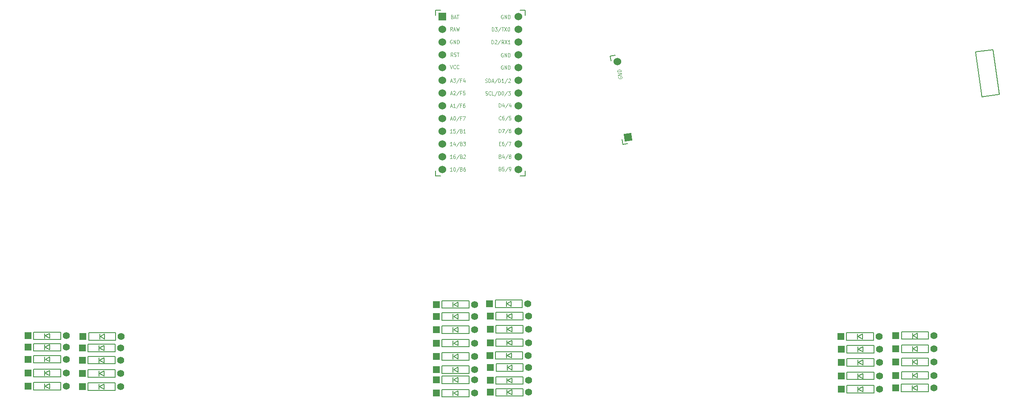
<source format=gbr>
G04 #@! TF.GenerationSoftware,KiCad,Pcbnew,7.0.8*
G04 #@! TF.CreationDate,2023-11-03T07:49:20+09:00*
G04 #@! TF.ProjectId,cool536lcble,636f6f6c-3533-4366-9c63-626c652e6b69,rev?*
G04 #@! TF.SameCoordinates,Original*
G04 #@! TF.FileFunction,Legend,Top*
G04 #@! TF.FilePolarity,Positive*
%FSLAX46Y46*%
G04 Gerber Fmt 4.6, Leading zero omitted, Abs format (unit mm)*
G04 Created by KiCad (PCBNEW 7.0.8) date 2023-11-03 07:49:20*
%MOMM*%
%LPD*%
G01*
G04 APERTURE LIST*
G04 Aperture macros list*
%AMRotRect*
0 Rectangle, with rotation*
0 The origin of the aperture is its center*
0 $1 length*
0 $2 width*
0 $3 Rotation angle, in degrees counterclockwise*
0 Add horizontal line*
21,1,$1,$2,0,0,$3*%
G04 Aperture macros list end*
%ADD10C,0.125000*%
%ADD11C,0.150000*%
%ADD12R,1.397000X1.397000*%
%ADD13C,1.397000*%
%ADD14C,1.524000*%
%ADD15R,1.524000X1.524000*%
%ADD16RotRect,1.524000X1.524000X98.000000*%
G04 APERTURE END LIST*
D10*
X159714076Y-179698464D02*
X159714076Y-178948464D01*
X159714076Y-178948464D02*
X159873600Y-178948464D01*
X159873600Y-178948464D02*
X159969314Y-178984178D01*
X159969314Y-178984178D02*
X160033124Y-179055607D01*
X160033124Y-179055607D02*
X160065029Y-179127035D01*
X160065029Y-179127035D02*
X160096933Y-179269892D01*
X160096933Y-179269892D02*
X160096933Y-179377035D01*
X160096933Y-179377035D02*
X160065029Y-179519892D01*
X160065029Y-179519892D02*
X160033124Y-179591321D01*
X160033124Y-179591321D02*
X159969314Y-179662750D01*
X159969314Y-179662750D02*
X159873600Y-179698464D01*
X159873600Y-179698464D02*
X159714076Y-179698464D01*
X160320267Y-178948464D02*
X160766933Y-178948464D01*
X160766933Y-178948464D02*
X160479791Y-179698464D01*
X161500743Y-178912750D02*
X160926457Y-179877035D01*
X162011219Y-178948464D02*
X161883600Y-178948464D01*
X161883600Y-178948464D02*
X161819791Y-178984178D01*
X161819791Y-178984178D02*
X161787886Y-179019892D01*
X161787886Y-179019892D02*
X161724076Y-179127035D01*
X161724076Y-179127035D02*
X161692172Y-179269892D01*
X161692172Y-179269892D02*
X161692172Y-179555607D01*
X161692172Y-179555607D02*
X161724076Y-179627035D01*
X161724076Y-179627035D02*
X161755981Y-179662750D01*
X161755981Y-179662750D02*
X161819791Y-179698464D01*
X161819791Y-179698464D02*
X161947410Y-179698464D01*
X161947410Y-179698464D02*
X162011219Y-179662750D01*
X162011219Y-179662750D02*
X162043124Y-179627035D01*
X162043124Y-179627035D02*
X162075029Y-179555607D01*
X162075029Y-179555607D02*
X162075029Y-179377035D01*
X162075029Y-179377035D02*
X162043124Y-179305607D01*
X162043124Y-179305607D02*
X162011219Y-179269892D01*
X162011219Y-179269892D02*
X161947410Y-179234178D01*
X161947410Y-179234178D02*
X161819791Y-179234178D01*
X161819791Y-179234178D02*
X161755981Y-179269892D01*
X161755981Y-179269892D02*
X161724076Y-179305607D01*
X161724076Y-179305607D02*
X161692172Y-179377035D01*
X157000029Y-169662750D02*
X157095743Y-169698464D01*
X157095743Y-169698464D02*
X157255267Y-169698464D01*
X157255267Y-169698464D02*
X157319076Y-169662750D01*
X157319076Y-169662750D02*
X157350981Y-169627035D01*
X157350981Y-169627035D02*
X157382886Y-169555607D01*
X157382886Y-169555607D02*
X157382886Y-169484178D01*
X157382886Y-169484178D02*
X157350981Y-169412750D01*
X157350981Y-169412750D02*
X157319076Y-169377035D01*
X157319076Y-169377035D02*
X157255267Y-169341321D01*
X157255267Y-169341321D02*
X157127648Y-169305607D01*
X157127648Y-169305607D02*
X157063838Y-169269892D01*
X157063838Y-169269892D02*
X157031933Y-169234178D01*
X157031933Y-169234178D02*
X157000029Y-169162750D01*
X157000029Y-169162750D02*
X157000029Y-169091321D01*
X157000029Y-169091321D02*
X157031933Y-169019892D01*
X157031933Y-169019892D02*
X157063838Y-168984178D01*
X157063838Y-168984178D02*
X157127648Y-168948464D01*
X157127648Y-168948464D02*
X157287171Y-168948464D01*
X157287171Y-168948464D02*
X157382886Y-168984178D01*
X157670028Y-169698464D02*
X157670028Y-168948464D01*
X157670028Y-168948464D02*
X157829552Y-168948464D01*
X157829552Y-168948464D02*
X157925266Y-168984178D01*
X157925266Y-168984178D02*
X157989076Y-169055607D01*
X157989076Y-169055607D02*
X158020981Y-169127035D01*
X158020981Y-169127035D02*
X158052885Y-169269892D01*
X158052885Y-169269892D02*
X158052885Y-169377035D01*
X158052885Y-169377035D02*
X158020981Y-169519892D01*
X158020981Y-169519892D02*
X157989076Y-169591321D01*
X157989076Y-169591321D02*
X157925266Y-169662750D01*
X157925266Y-169662750D02*
X157829552Y-169698464D01*
X157829552Y-169698464D02*
X157670028Y-169698464D01*
X158308124Y-169484178D02*
X158627171Y-169484178D01*
X158244314Y-169698464D02*
X158467647Y-168948464D01*
X158467647Y-168948464D02*
X158690981Y-169698464D01*
X159392886Y-168912750D02*
X158818600Y-169877035D01*
X159616219Y-169698464D02*
X159616219Y-168948464D01*
X159616219Y-168948464D02*
X159775743Y-168948464D01*
X159775743Y-168948464D02*
X159871457Y-168984178D01*
X159871457Y-168984178D02*
X159935267Y-169055607D01*
X159935267Y-169055607D02*
X159967172Y-169127035D01*
X159967172Y-169127035D02*
X159999076Y-169269892D01*
X159999076Y-169269892D02*
X159999076Y-169377035D01*
X159999076Y-169377035D02*
X159967172Y-169519892D01*
X159967172Y-169519892D02*
X159935267Y-169591321D01*
X159935267Y-169591321D02*
X159871457Y-169662750D01*
X159871457Y-169662750D02*
X159775743Y-169698464D01*
X159775743Y-169698464D02*
X159616219Y-169698464D01*
X160637172Y-169698464D02*
X160254315Y-169698464D01*
X160445743Y-169698464D02*
X160445743Y-168948464D01*
X160445743Y-168948464D02*
X160381934Y-169055607D01*
X160381934Y-169055607D02*
X160318124Y-169127035D01*
X160318124Y-169127035D02*
X160254315Y-169162750D01*
X161402886Y-168912750D02*
X160828600Y-169877035D01*
X161594315Y-169019892D02*
X161626219Y-168984178D01*
X161626219Y-168984178D02*
X161690029Y-168948464D01*
X161690029Y-168948464D02*
X161849553Y-168948464D01*
X161849553Y-168948464D02*
X161913362Y-168984178D01*
X161913362Y-168984178D02*
X161945267Y-169019892D01*
X161945267Y-169019892D02*
X161977172Y-169091321D01*
X161977172Y-169091321D02*
X161977172Y-169162750D01*
X161977172Y-169162750D02*
X161945267Y-169269892D01*
X161945267Y-169269892D02*
X161562410Y-169698464D01*
X161562410Y-169698464D02*
X161977172Y-169698464D01*
X150379076Y-156585607D02*
X150474790Y-156621321D01*
X150474790Y-156621321D02*
X150506695Y-156657035D01*
X150506695Y-156657035D02*
X150538599Y-156728464D01*
X150538599Y-156728464D02*
X150538599Y-156835607D01*
X150538599Y-156835607D02*
X150506695Y-156907035D01*
X150506695Y-156907035D02*
X150474790Y-156942750D01*
X150474790Y-156942750D02*
X150410980Y-156978464D01*
X150410980Y-156978464D02*
X150155742Y-156978464D01*
X150155742Y-156978464D02*
X150155742Y-156228464D01*
X150155742Y-156228464D02*
X150379076Y-156228464D01*
X150379076Y-156228464D02*
X150442885Y-156264178D01*
X150442885Y-156264178D02*
X150474790Y-156299892D01*
X150474790Y-156299892D02*
X150506695Y-156371321D01*
X150506695Y-156371321D02*
X150506695Y-156442750D01*
X150506695Y-156442750D02*
X150474790Y-156514178D01*
X150474790Y-156514178D02*
X150442885Y-156549892D01*
X150442885Y-156549892D02*
X150379076Y-156585607D01*
X150379076Y-156585607D02*
X150155742Y-156585607D01*
X150793838Y-156764178D02*
X151112885Y-156764178D01*
X150730028Y-156978464D02*
X150953361Y-156228464D01*
X150953361Y-156228464D02*
X151176695Y-156978464D01*
X151304314Y-156228464D02*
X151687171Y-156228464D01*
X151495743Y-156978464D02*
X151495743Y-156228464D01*
X159937410Y-184405607D02*
X160033124Y-184441321D01*
X160033124Y-184441321D02*
X160065029Y-184477035D01*
X160065029Y-184477035D02*
X160096933Y-184548464D01*
X160096933Y-184548464D02*
X160096933Y-184655607D01*
X160096933Y-184655607D02*
X160065029Y-184727035D01*
X160065029Y-184727035D02*
X160033124Y-184762750D01*
X160033124Y-184762750D02*
X159969314Y-184798464D01*
X159969314Y-184798464D02*
X159714076Y-184798464D01*
X159714076Y-184798464D02*
X159714076Y-184048464D01*
X159714076Y-184048464D02*
X159937410Y-184048464D01*
X159937410Y-184048464D02*
X160001219Y-184084178D01*
X160001219Y-184084178D02*
X160033124Y-184119892D01*
X160033124Y-184119892D02*
X160065029Y-184191321D01*
X160065029Y-184191321D02*
X160065029Y-184262750D01*
X160065029Y-184262750D02*
X160033124Y-184334178D01*
X160033124Y-184334178D02*
X160001219Y-184369892D01*
X160001219Y-184369892D02*
X159937410Y-184405607D01*
X159937410Y-184405607D02*
X159714076Y-184405607D01*
X160671219Y-184298464D02*
X160671219Y-184798464D01*
X160511695Y-184012750D02*
X160352172Y-184548464D01*
X160352172Y-184548464D02*
X160766933Y-184548464D01*
X161500743Y-184012750D02*
X160926457Y-184977035D01*
X161819791Y-184369892D02*
X161755981Y-184334178D01*
X161755981Y-184334178D02*
X161724076Y-184298464D01*
X161724076Y-184298464D02*
X161692172Y-184227035D01*
X161692172Y-184227035D02*
X161692172Y-184191321D01*
X161692172Y-184191321D02*
X161724076Y-184119892D01*
X161724076Y-184119892D02*
X161755981Y-184084178D01*
X161755981Y-184084178D02*
X161819791Y-184048464D01*
X161819791Y-184048464D02*
X161947410Y-184048464D01*
X161947410Y-184048464D02*
X162011219Y-184084178D01*
X162011219Y-184084178D02*
X162043124Y-184119892D01*
X162043124Y-184119892D02*
X162075029Y-184191321D01*
X162075029Y-184191321D02*
X162075029Y-184227035D01*
X162075029Y-184227035D02*
X162043124Y-184298464D01*
X162043124Y-184298464D02*
X162011219Y-184334178D01*
X162011219Y-184334178D02*
X161947410Y-184369892D01*
X161947410Y-184369892D02*
X161819791Y-184369892D01*
X161819791Y-184369892D02*
X161755981Y-184405607D01*
X161755981Y-184405607D02*
X161724076Y-184441321D01*
X161724076Y-184441321D02*
X161692172Y-184512750D01*
X161692172Y-184512750D02*
X161692172Y-184655607D01*
X161692172Y-184655607D02*
X161724076Y-184727035D01*
X161724076Y-184727035D02*
X161755981Y-184762750D01*
X161755981Y-184762750D02*
X161819791Y-184798464D01*
X161819791Y-184798464D02*
X161947410Y-184798464D01*
X161947410Y-184798464D02*
X162011219Y-184762750D01*
X162011219Y-184762750D02*
X162043124Y-184727035D01*
X162043124Y-184727035D02*
X162075029Y-184655607D01*
X162075029Y-184655607D02*
X162075029Y-184512750D01*
X162075029Y-184512750D02*
X162043124Y-184441321D01*
X162043124Y-184441321D02*
X162011219Y-184405607D01*
X162011219Y-184405607D02*
X161947410Y-184369892D01*
X159745981Y-181855607D02*
X159969315Y-181855607D01*
X160065029Y-182248464D02*
X159745981Y-182248464D01*
X159745981Y-182248464D02*
X159745981Y-181498464D01*
X159745981Y-181498464D02*
X160065029Y-181498464D01*
X160639314Y-181498464D02*
X160511695Y-181498464D01*
X160511695Y-181498464D02*
X160447886Y-181534178D01*
X160447886Y-181534178D02*
X160415981Y-181569892D01*
X160415981Y-181569892D02*
X160352171Y-181677035D01*
X160352171Y-181677035D02*
X160320267Y-181819892D01*
X160320267Y-181819892D02*
X160320267Y-182105607D01*
X160320267Y-182105607D02*
X160352171Y-182177035D01*
X160352171Y-182177035D02*
X160384076Y-182212750D01*
X160384076Y-182212750D02*
X160447886Y-182248464D01*
X160447886Y-182248464D02*
X160575505Y-182248464D01*
X160575505Y-182248464D02*
X160639314Y-182212750D01*
X160639314Y-182212750D02*
X160671219Y-182177035D01*
X160671219Y-182177035D02*
X160703124Y-182105607D01*
X160703124Y-182105607D02*
X160703124Y-181927035D01*
X160703124Y-181927035D02*
X160671219Y-181855607D01*
X160671219Y-181855607D02*
X160639314Y-181819892D01*
X160639314Y-181819892D02*
X160575505Y-181784178D01*
X160575505Y-181784178D02*
X160447886Y-181784178D01*
X160447886Y-181784178D02*
X160384076Y-181819892D01*
X160384076Y-181819892D02*
X160352171Y-181855607D01*
X160352171Y-181855607D02*
X160320267Y-181927035D01*
X161468838Y-181462750D02*
X160894552Y-182427035D01*
X161628362Y-181498464D02*
X162075028Y-181498464D01*
X162075028Y-181498464D02*
X161787886Y-182248464D01*
X150057886Y-176984178D02*
X150376933Y-176984178D01*
X149994076Y-177198464D02*
X150217409Y-176448464D01*
X150217409Y-176448464D02*
X150440743Y-177198464D01*
X150791695Y-176448464D02*
X150855505Y-176448464D01*
X150855505Y-176448464D02*
X150919314Y-176484178D01*
X150919314Y-176484178D02*
X150951219Y-176519892D01*
X150951219Y-176519892D02*
X150983124Y-176591321D01*
X150983124Y-176591321D02*
X151015029Y-176734178D01*
X151015029Y-176734178D02*
X151015029Y-176912750D01*
X151015029Y-176912750D02*
X150983124Y-177055607D01*
X150983124Y-177055607D02*
X150951219Y-177127035D01*
X150951219Y-177127035D02*
X150919314Y-177162750D01*
X150919314Y-177162750D02*
X150855505Y-177198464D01*
X150855505Y-177198464D02*
X150791695Y-177198464D01*
X150791695Y-177198464D02*
X150727886Y-177162750D01*
X150727886Y-177162750D02*
X150695981Y-177127035D01*
X150695981Y-177127035D02*
X150664076Y-177055607D01*
X150664076Y-177055607D02*
X150632172Y-176912750D01*
X150632172Y-176912750D02*
X150632172Y-176734178D01*
X150632172Y-176734178D02*
X150664076Y-176591321D01*
X150664076Y-176591321D02*
X150695981Y-176519892D01*
X150695981Y-176519892D02*
X150727886Y-176484178D01*
X150727886Y-176484178D02*
X150791695Y-176448464D01*
X151780743Y-176412750D02*
X151206457Y-177377035D01*
X152227410Y-176805607D02*
X152004076Y-176805607D01*
X152004076Y-177198464D02*
X152004076Y-176448464D01*
X152004076Y-176448464D02*
X152323124Y-176448464D01*
X152514553Y-176448464D02*
X152961219Y-176448464D01*
X152961219Y-176448464D02*
X152674077Y-177198464D01*
X150410980Y-159398464D02*
X150187647Y-159041321D01*
X150028123Y-159398464D02*
X150028123Y-158648464D01*
X150028123Y-158648464D02*
X150283361Y-158648464D01*
X150283361Y-158648464D02*
X150347171Y-158684178D01*
X150347171Y-158684178D02*
X150379076Y-158719892D01*
X150379076Y-158719892D02*
X150410980Y-158791321D01*
X150410980Y-158791321D02*
X150410980Y-158898464D01*
X150410980Y-158898464D02*
X150379076Y-158969892D01*
X150379076Y-158969892D02*
X150347171Y-159005607D01*
X150347171Y-159005607D02*
X150283361Y-159041321D01*
X150283361Y-159041321D02*
X150028123Y-159041321D01*
X150666219Y-159184178D02*
X150985266Y-159184178D01*
X150602409Y-159398464D02*
X150825742Y-158648464D01*
X150825742Y-158648464D02*
X151049076Y-159398464D01*
X151208600Y-158648464D02*
X151368124Y-159398464D01*
X151368124Y-159398464D02*
X151495743Y-158862750D01*
X151495743Y-158862750D02*
X151623362Y-159398464D01*
X151623362Y-159398464D02*
X151782886Y-158648464D01*
X159937410Y-186905607D02*
X160033124Y-186941321D01*
X160033124Y-186941321D02*
X160065029Y-186977035D01*
X160065029Y-186977035D02*
X160096933Y-187048464D01*
X160096933Y-187048464D02*
X160096933Y-187155607D01*
X160096933Y-187155607D02*
X160065029Y-187227035D01*
X160065029Y-187227035D02*
X160033124Y-187262750D01*
X160033124Y-187262750D02*
X159969314Y-187298464D01*
X159969314Y-187298464D02*
X159714076Y-187298464D01*
X159714076Y-187298464D02*
X159714076Y-186548464D01*
X159714076Y-186548464D02*
X159937410Y-186548464D01*
X159937410Y-186548464D02*
X160001219Y-186584178D01*
X160001219Y-186584178D02*
X160033124Y-186619892D01*
X160033124Y-186619892D02*
X160065029Y-186691321D01*
X160065029Y-186691321D02*
X160065029Y-186762750D01*
X160065029Y-186762750D02*
X160033124Y-186834178D01*
X160033124Y-186834178D02*
X160001219Y-186869892D01*
X160001219Y-186869892D02*
X159937410Y-186905607D01*
X159937410Y-186905607D02*
X159714076Y-186905607D01*
X160703124Y-186548464D02*
X160384076Y-186548464D01*
X160384076Y-186548464D02*
X160352172Y-186905607D01*
X160352172Y-186905607D02*
X160384076Y-186869892D01*
X160384076Y-186869892D02*
X160447886Y-186834178D01*
X160447886Y-186834178D02*
X160607410Y-186834178D01*
X160607410Y-186834178D02*
X160671219Y-186869892D01*
X160671219Y-186869892D02*
X160703124Y-186905607D01*
X160703124Y-186905607D02*
X160735029Y-186977035D01*
X160735029Y-186977035D02*
X160735029Y-187155607D01*
X160735029Y-187155607D02*
X160703124Y-187227035D01*
X160703124Y-187227035D02*
X160671219Y-187262750D01*
X160671219Y-187262750D02*
X160607410Y-187298464D01*
X160607410Y-187298464D02*
X160447886Y-187298464D01*
X160447886Y-187298464D02*
X160384076Y-187262750D01*
X160384076Y-187262750D02*
X160352172Y-187227035D01*
X161500743Y-186512750D02*
X160926457Y-187477035D01*
X161755981Y-187298464D02*
X161883600Y-187298464D01*
X161883600Y-187298464D02*
X161947410Y-187262750D01*
X161947410Y-187262750D02*
X161979314Y-187227035D01*
X161979314Y-187227035D02*
X162043124Y-187119892D01*
X162043124Y-187119892D02*
X162075029Y-186977035D01*
X162075029Y-186977035D02*
X162075029Y-186691321D01*
X162075029Y-186691321D02*
X162043124Y-186619892D01*
X162043124Y-186619892D02*
X162011219Y-186584178D01*
X162011219Y-186584178D02*
X161947410Y-186548464D01*
X161947410Y-186548464D02*
X161819791Y-186548464D01*
X161819791Y-186548464D02*
X161755981Y-186584178D01*
X161755981Y-186584178D02*
X161724076Y-186619892D01*
X161724076Y-186619892D02*
X161692172Y-186691321D01*
X161692172Y-186691321D02*
X161692172Y-186869892D01*
X161692172Y-186869892D02*
X161724076Y-186941321D01*
X161724076Y-186941321D02*
X161755981Y-186977035D01*
X161755981Y-186977035D02*
X161819791Y-187012750D01*
X161819791Y-187012750D02*
X161947410Y-187012750D01*
X161947410Y-187012750D02*
X162011219Y-186977035D01*
X162011219Y-186977035D02*
X162043124Y-186941321D01*
X162043124Y-186941321D02*
X162075029Y-186869892D01*
X150057886Y-169434178D02*
X150376933Y-169434178D01*
X149994076Y-169648464D02*
X150217409Y-168898464D01*
X150217409Y-168898464D02*
X150440743Y-169648464D01*
X150600267Y-168898464D02*
X151015029Y-168898464D01*
X151015029Y-168898464D02*
X150791695Y-169184178D01*
X150791695Y-169184178D02*
X150887410Y-169184178D01*
X150887410Y-169184178D02*
X150951219Y-169219892D01*
X150951219Y-169219892D02*
X150983124Y-169255607D01*
X150983124Y-169255607D02*
X151015029Y-169327035D01*
X151015029Y-169327035D02*
X151015029Y-169505607D01*
X151015029Y-169505607D02*
X150983124Y-169577035D01*
X150983124Y-169577035D02*
X150951219Y-169612750D01*
X150951219Y-169612750D02*
X150887410Y-169648464D01*
X150887410Y-169648464D02*
X150695981Y-169648464D01*
X150695981Y-169648464D02*
X150632172Y-169612750D01*
X150632172Y-169612750D02*
X150600267Y-169577035D01*
X151780743Y-168862750D02*
X151206457Y-169827035D01*
X152227410Y-169255607D02*
X152004076Y-169255607D01*
X152004076Y-169648464D02*
X152004076Y-168898464D01*
X152004076Y-168898464D02*
X152323124Y-168898464D01*
X152865505Y-169148464D02*
X152865505Y-169648464D01*
X152705981Y-168862750D02*
X152546458Y-169398464D01*
X152546458Y-169398464D02*
X152961219Y-169398464D01*
X160503124Y-156264178D02*
X160439314Y-156228464D01*
X160439314Y-156228464D02*
X160343600Y-156228464D01*
X160343600Y-156228464D02*
X160247886Y-156264178D01*
X160247886Y-156264178D02*
X160184076Y-156335607D01*
X160184076Y-156335607D02*
X160152171Y-156407035D01*
X160152171Y-156407035D02*
X160120267Y-156549892D01*
X160120267Y-156549892D02*
X160120267Y-156657035D01*
X160120267Y-156657035D02*
X160152171Y-156799892D01*
X160152171Y-156799892D02*
X160184076Y-156871321D01*
X160184076Y-156871321D02*
X160247886Y-156942750D01*
X160247886Y-156942750D02*
X160343600Y-156978464D01*
X160343600Y-156978464D02*
X160407409Y-156978464D01*
X160407409Y-156978464D02*
X160503124Y-156942750D01*
X160503124Y-156942750D02*
X160535028Y-156907035D01*
X160535028Y-156907035D02*
X160535028Y-156657035D01*
X160535028Y-156657035D02*
X160407409Y-156657035D01*
X160822171Y-156978464D02*
X160822171Y-156228464D01*
X160822171Y-156228464D02*
X161205028Y-156978464D01*
X161205028Y-156978464D02*
X161205028Y-156228464D01*
X161524076Y-156978464D02*
X161524076Y-156228464D01*
X161524076Y-156228464D02*
X161683600Y-156228464D01*
X161683600Y-156228464D02*
X161779314Y-156264178D01*
X161779314Y-156264178D02*
X161843124Y-156335607D01*
X161843124Y-156335607D02*
X161875029Y-156407035D01*
X161875029Y-156407035D02*
X161906933Y-156549892D01*
X161906933Y-156549892D02*
X161906933Y-156657035D01*
X161906933Y-156657035D02*
X161875029Y-156799892D01*
X161875029Y-156799892D02*
X161843124Y-156871321D01*
X161843124Y-156871321D02*
X161779314Y-156942750D01*
X161779314Y-156942750D02*
X161683600Y-156978464D01*
X161683600Y-156978464D02*
X161524076Y-156978464D01*
X150506695Y-164498464D02*
X150283362Y-164141321D01*
X150123838Y-164498464D02*
X150123838Y-163748464D01*
X150123838Y-163748464D02*
X150379076Y-163748464D01*
X150379076Y-163748464D02*
X150442886Y-163784178D01*
X150442886Y-163784178D02*
X150474791Y-163819892D01*
X150474791Y-163819892D02*
X150506695Y-163891321D01*
X150506695Y-163891321D02*
X150506695Y-163998464D01*
X150506695Y-163998464D02*
X150474791Y-164069892D01*
X150474791Y-164069892D02*
X150442886Y-164105607D01*
X150442886Y-164105607D02*
X150379076Y-164141321D01*
X150379076Y-164141321D02*
X150123838Y-164141321D01*
X150761934Y-164462750D02*
X150857648Y-164498464D01*
X150857648Y-164498464D02*
X151017172Y-164498464D01*
X151017172Y-164498464D02*
X151080981Y-164462750D01*
X151080981Y-164462750D02*
X151112886Y-164427035D01*
X151112886Y-164427035D02*
X151144791Y-164355607D01*
X151144791Y-164355607D02*
X151144791Y-164284178D01*
X151144791Y-164284178D02*
X151112886Y-164212750D01*
X151112886Y-164212750D02*
X151080981Y-164177035D01*
X151080981Y-164177035D02*
X151017172Y-164141321D01*
X151017172Y-164141321D02*
X150889553Y-164105607D01*
X150889553Y-164105607D02*
X150825743Y-164069892D01*
X150825743Y-164069892D02*
X150793838Y-164034178D01*
X150793838Y-164034178D02*
X150761934Y-163962750D01*
X150761934Y-163962750D02*
X150761934Y-163891321D01*
X150761934Y-163891321D02*
X150793838Y-163819892D01*
X150793838Y-163819892D02*
X150825743Y-163784178D01*
X150825743Y-163784178D02*
X150889553Y-163748464D01*
X150889553Y-163748464D02*
X151049076Y-163748464D01*
X151049076Y-163748464D02*
X151144791Y-163784178D01*
X151336219Y-163748464D02*
X151719076Y-163748464D01*
X151527648Y-164498464D02*
X151527648Y-163748464D01*
X150360981Y-182298464D02*
X149978124Y-182298464D01*
X150169552Y-182298464D02*
X150169552Y-181548464D01*
X150169552Y-181548464D02*
X150105743Y-181655607D01*
X150105743Y-181655607D02*
X150041933Y-181727035D01*
X150041933Y-181727035D02*
X149978124Y-181762750D01*
X150935266Y-181798464D02*
X150935266Y-182298464D01*
X150775742Y-181512750D02*
X150616219Y-182048464D01*
X150616219Y-182048464D02*
X151030980Y-182048464D01*
X151764790Y-181512750D02*
X151190504Y-182477035D01*
X152211457Y-181905607D02*
X152307171Y-181941321D01*
X152307171Y-181941321D02*
X152339076Y-181977035D01*
X152339076Y-181977035D02*
X152370980Y-182048464D01*
X152370980Y-182048464D02*
X152370980Y-182155607D01*
X152370980Y-182155607D02*
X152339076Y-182227035D01*
X152339076Y-182227035D02*
X152307171Y-182262750D01*
X152307171Y-182262750D02*
X152243361Y-182298464D01*
X152243361Y-182298464D02*
X151988123Y-182298464D01*
X151988123Y-182298464D02*
X151988123Y-181548464D01*
X151988123Y-181548464D02*
X152211457Y-181548464D01*
X152211457Y-181548464D02*
X152275266Y-181584178D01*
X152275266Y-181584178D02*
X152307171Y-181619892D01*
X152307171Y-181619892D02*
X152339076Y-181691321D01*
X152339076Y-181691321D02*
X152339076Y-181762750D01*
X152339076Y-181762750D02*
X152307171Y-181834178D01*
X152307171Y-181834178D02*
X152275266Y-181869892D01*
X152275266Y-181869892D02*
X152211457Y-181905607D01*
X152211457Y-181905607D02*
X151988123Y-181905607D01*
X152594314Y-181548464D02*
X153009076Y-181548464D01*
X153009076Y-181548464D02*
X152785742Y-181834178D01*
X152785742Y-181834178D02*
X152881457Y-181834178D01*
X152881457Y-181834178D02*
X152945266Y-181869892D01*
X152945266Y-181869892D02*
X152977171Y-181905607D01*
X152977171Y-181905607D02*
X153009076Y-181977035D01*
X153009076Y-181977035D02*
X153009076Y-182155607D01*
X153009076Y-182155607D02*
X152977171Y-182227035D01*
X152977171Y-182227035D02*
X152945266Y-182262750D01*
X152945266Y-182262750D02*
X152881457Y-182298464D01*
X152881457Y-182298464D02*
X152690028Y-182298464D01*
X152690028Y-182298464D02*
X152626219Y-182262750D01*
X152626219Y-182262750D02*
X152594314Y-182227035D01*
X150360981Y-187348464D02*
X149978124Y-187348464D01*
X150169552Y-187348464D02*
X150169552Y-186598464D01*
X150169552Y-186598464D02*
X150105743Y-186705607D01*
X150105743Y-186705607D02*
X150041933Y-186777035D01*
X150041933Y-186777035D02*
X149978124Y-186812750D01*
X150775742Y-186598464D02*
X150839552Y-186598464D01*
X150839552Y-186598464D02*
X150903361Y-186634178D01*
X150903361Y-186634178D02*
X150935266Y-186669892D01*
X150935266Y-186669892D02*
X150967171Y-186741321D01*
X150967171Y-186741321D02*
X150999076Y-186884178D01*
X150999076Y-186884178D02*
X150999076Y-187062750D01*
X150999076Y-187062750D02*
X150967171Y-187205607D01*
X150967171Y-187205607D02*
X150935266Y-187277035D01*
X150935266Y-187277035D02*
X150903361Y-187312750D01*
X150903361Y-187312750D02*
X150839552Y-187348464D01*
X150839552Y-187348464D02*
X150775742Y-187348464D01*
X150775742Y-187348464D02*
X150711933Y-187312750D01*
X150711933Y-187312750D02*
X150680028Y-187277035D01*
X150680028Y-187277035D02*
X150648123Y-187205607D01*
X150648123Y-187205607D02*
X150616219Y-187062750D01*
X150616219Y-187062750D02*
X150616219Y-186884178D01*
X150616219Y-186884178D02*
X150648123Y-186741321D01*
X150648123Y-186741321D02*
X150680028Y-186669892D01*
X150680028Y-186669892D02*
X150711933Y-186634178D01*
X150711933Y-186634178D02*
X150775742Y-186598464D01*
X151764790Y-186562750D02*
X151190504Y-187527035D01*
X152211457Y-186955607D02*
X152307171Y-186991321D01*
X152307171Y-186991321D02*
X152339076Y-187027035D01*
X152339076Y-187027035D02*
X152370980Y-187098464D01*
X152370980Y-187098464D02*
X152370980Y-187205607D01*
X152370980Y-187205607D02*
X152339076Y-187277035D01*
X152339076Y-187277035D02*
X152307171Y-187312750D01*
X152307171Y-187312750D02*
X152243361Y-187348464D01*
X152243361Y-187348464D02*
X151988123Y-187348464D01*
X151988123Y-187348464D02*
X151988123Y-186598464D01*
X151988123Y-186598464D02*
X152211457Y-186598464D01*
X152211457Y-186598464D02*
X152275266Y-186634178D01*
X152275266Y-186634178D02*
X152307171Y-186669892D01*
X152307171Y-186669892D02*
X152339076Y-186741321D01*
X152339076Y-186741321D02*
X152339076Y-186812750D01*
X152339076Y-186812750D02*
X152307171Y-186884178D01*
X152307171Y-186884178D02*
X152275266Y-186919892D01*
X152275266Y-186919892D02*
X152211457Y-186955607D01*
X152211457Y-186955607D02*
X151988123Y-186955607D01*
X152945266Y-186598464D02*
X152817647Y-186598464D01*
X152817647Y-186598464D02*
X152753838Y-186634178D01*
X152753838Y-186634178D02*
X152721933Y-186669892D01*
X152721933Y-186669892D02*
X152658123Y-186777035D01*
X152658123Y-186777035D02*
X152626219Y-186919892D01*
X152626219Y-186919892D02*
X152626219Y-187205607D01*
X152626219Y-187205607D02*
X152658123Y-187277035D01*
X152658123Y-187277035D02*
X152690028Y-187312750D01*
X152690028Y-187312750D02*
X152753838Y-187348464D01*
X152753838Y-187348464D02*
X152881457Y-187348464D01*
X152881457Y-187348464D02*
X152945266Y-187312750D01*
X152945266Y-187312750D02*
X152977171Y-187277035D01*
X152977171Y-187277035D02*
X153009076Y-187205607D01*
X153009076Y-187205607D02*
X153009076Y-187027035D01*
X153009076Y-187027035D02*
X152977171Y-186955607D01*
X152977171Y-186955607D02*
X152945266Y-186919892D01*
X152945266Y-186919892D02*
X152881457Y-186884178D01*
X152881457Y-186884178D02*
X152753838Y-186884178D01*
X152753838Y-186884178D02*
X152690028Y-186919892D01*
X152690028Y-186919892D02*
X152658123Y-186955607D01*
X152658123Y-186955607D02*
X152626219Y-187027035D01*
X158240028Y-161998464D02*
X158240028Y-161248464D01*
X158240028Y-161248464D02*
X158399552Y-161248464D01*
X158399552Y-161248464D02*
X158495266Y-161284178D01*
X158495266Y-161284178D02*
X158559076Y-161355607D01*
X158559076Y-161355607D02*
X158590981Y-161427035D01*
X158590981Y-161427035D02*
X158622885Y-161569892D01*
X158622885Y-161569892D02*
X158622885Y-161677035D01*
X158622885Y-161677035D02*
X158590981Y-161819892D01*
X158590981Y-161819892D02*
X158559076Y-161891321D01*
X158559076Y-161891321D02*
X158495266Y-161962750D01*
X158495266Y-161962750D02*
X158399552Y-161998464D01*
X158399552Y-161998464D02*
X158240028Y-161998464D01*
X158878124Y-161319892D02*
X158910028Y-161284178D01*
X158910028Y-161284178D02*
X158973838Y-161248464D01*
X158973838Y-161248464D02*
X159133362Y-161248464D01*
X159133362Y-161248464D02*
X159197171Y-161284178D01*
X159197171Y-161284178D02*
X159229076Y-161319892D01*
X159229076Y-161319892D02*
X159260981Y-161391321D01*
X159260981Y-161391321D02*
X159260981Y-161462750D01*
X159260981Y-161462750D02*
X159229076Y-161569892D01*
X159229076Y-161569892D02*
X158846219Y-161998464D01*
X158846219Y-161998464D02*
X159260981Y-161998464D01*
X160026695Y-161212750D02*
X159452409Y-162177035D01*
X160632885Y-161998464D02*
X160409552Y-161641321D01*
X160250028Y-161998464D02*
X160250028Y-161248464D01*
X160250028Y-161248464D02*
X160505266Y-161248464D01*
X160505266Y-161248464D02*
X160569076Y-161284178D01*
X160569076Y-161284178D02*
X160600981Y-161319892D01*
X160600981Y-161319892D02*
X160632885Y-161391321D01*
X160632885Y-161391321D02*
X160632885Y-161498464D01*
X160632885Y-161498464D02*
X160600981Y-161569892D01*
X160600981Y-161569892D02*
X160569076Y-161605607D01*
X160569076Y-161605607D02*
X160505266Y-161641321D01*
X160505266Y-161641321D02*
X160250028Y-161641321D01*
X160856219Y-161248464D02*
X161302885Y-161998464D01*
X161302885Y-161248464D02*
X160856219Y-161998464D01*
X161909076Y-161998464D02*
X161526219Y-161998464D01*
X161717647Y-161998464D02*
X161717647Y-161248464D01*
X161717647Y-161248464D02*
X161653838Y-161355607D01*
X161653838Y-161355607D02*
X161590028Y-161427035D01*
X161590028Y-161427035D02*
X161526219Y-161462750D01*
X160096933Y-177077035D02*
X160065029Y-177112750D01*
X160065029Y-177112750D02*
X159969314Y-177148464D01*
X159969314Y-177148464D02*
X159905505Y-177148464D01*
X159905505Y-177148464D02*
X159809791Y-177112750D01*
X159809791Y-177112750D02*
X159745981Y-177041321D01*
X159745981Y-177041321D02*
X159714076Y-176969892D01*
X159714076Y-176969892D02*
X159682172Y-176827035D01*
X159682172Y-176827035D02*
X159682172Y-176719892D01*
X159682172Y-176719892D02*
X159714076Y-176577035D01*
X159714076Y-176577035D02*
X159745981Y-176505607D01*
X159745981Y-176505607D02*
X159809791Y-176434178D01*
X159809791Y-176434178D02*
X159905505Y-176398464D01*
X159905505Y-176398464D02*
X159969314Y-176398464D01*
X159969314Y-176398464D02*
X160065029Y-176434178D01*
X160065029Y-176434178D02*
X160096933Y-176469892D01*
X160671219Y-176398464D02*
X160543600Y-176398464D01*
X160543600Y-176398464D02*
X160479791Y-176434178D01*
X160479791Y-176434178D02*
X160447886Y-176469892D01*
X160447886Y-176469892D02*
X160384076Y-176577035D01*
X160384076Y-176577035D02*
X160352172Y-176719892D01*
X160352172Y-176719892D02*
X160352172Y-177005607D01*
X160352172Y-177005607D02*
X160384076Y-177077035D01*
X160384076Y-177077035D02*
X160415981Y-177112750D01*
X160415981Y-177112750D02*
X160479791Y-177148464D01*
X160479791Y-177148464D02*
X160607410Y-177148464D01*
X160607410Y-177148464D02*
X160671219Y-177112750D01*
X160671219Y-177112750D02*
X160703124Y-177077035D01*
X160703124Y-177077035D02*
X160735029Y-177005607D01*
X160735029Y-177005607D02*
X160735029Y-176827035D01*
X160735029Y-176827035D02*
X160703124Y-176755607D01*
X160703124Y-176755607D02*
X160671219Y-176719892D01*
X160671219Y-176719892D02*
X160607410Y-176684178D01*
X160607410Y-176684178D02*
X160479791Y-176684178D01*
X160479791Y-176684178D02*
X160415981Y-176719892D01*
X160415981Y-176719892D02*
X160384076Y-176755607D01*
X160384076Y-176755607D02*
X160352172Y-176827035D01*
X161500743Y-176362750D02*
X160926457Y-177327035D01*
X162043124Y-176398464D02*
X161724076Y-176398464D01*
X161724076Y-176398464D02*
X161692172Y-176755607D01*
X161692172Y-176755607D02*
X161724076Y-176719892D01*
X161724076Y-176719892D02*
X161787886Y-176684178D01*
X161787886Y-176684178D02*
X161947410Y-176684178D01*
X161947410Y-176684178D02*
X162011219Y-176719892D01*
X162011219Y-176719892D02*
X162043124Y-176755607D01*
X162043124Y-176755607D02*
X162075029Y-176827035D01*
X162075029Y-176827035D02*
X162075029Y-177005607D01*
X162075029Y-177005607D02*
X162043124Y-177077035D01*
X162043124Y-177077035D02*
X162011219Y-177112750D01*
X162011219Y-177112750D02*
X161947410Y-177148464D01*
X161947410Y-177148464D02*
X161787886Y-177148464D01*
X161787886Y-177148464D02*
X161724076Y-177112750D01*
X161724076Y-177112750D02*
X161692172Y-177077035D01*
X150057886Y-174434178D02*
X150376933Y-174434178D01*
X149994076Y-174648464D02*
X150217409Y-173898464D01*
X150217409Y-173898464D02*
X150440743Y-174648464D01*
X151015029Y-174648464D02*
X150632172Y-174648464D01*
X150823600Y-174648464D02*
X150823600Y-173898464D01*
X150823600Y-173898464D02*
X150759791Y-174005607D01*
X150759791Y-174005607D02*
X150695981Y-174077035D01*
X150695981Y-174077035D02*
X150632172Y-174112750D01*
X151780743Y-173862750D02*
X151206457Y-174827035D01*
X152227410Y-174255607D02*
X152004076Y-174255607D01*
X152004076Y-174648464D02*
X152004076Y-173898464D01*
X152004076Y-173898464D02*
X152323124Y-173898464D01*
X152865505Y-173898464D02*
X152737886Y-173898464D01*
X152737886Y-173898464D02*
X152674077Y-173934178D01*
X152674077Y-173934178D02*
X152642172Y-173969892D01*
X152642172Y-173969892D02*
X152578362Y-174077035D01*
X152578362Y-174077035D02*
X152546458Y-174219892D01*
X152546458Y-174219892D02*
X152546458Y-174505607D01*
X152546458Y-174505607D02*
X152578362Y-174577035D01*
X152578362Y-174577035D02*
X152610267Y-174612750D01*
X152610267Y-174612750D02*
X152674077Y-174648464D01*
X152674077Y-174648464D02*
X152801696Y-174648464D01*
X152801696Y-174648464D02*
X152865505Y-174612750D01*
X152865505Y-174612750D02*
X152897410Y-174577035D01*
X152897410Y-174577035D02*
X152929315Y-174505607D01*
X152929315Y-174505607D02*
X152929315Y-174327035D01*
X152929315Y-174327035D02*
X152897410Y-174255607D01*
X152897410Y-174255607D02*
X152865505Y-174219892D01*
X152865505Y-174219892D02*
X152801696Y-174184178D01*
X152801696Y-174184178D02*
X152674077Y-174184178D01*
X152674077Y-174184178D02*
X152610267Y-174219892D01*
X152610267Y-174219892D02*
X152578362Y-174255607D01*
X152578362Y-174255607D02*
X152546458Y-174327035D01*
X160503124Y-166334178D02*
X160439314Y-166298464D01*
X160439314Y-166298464D02*
X160343600Y-166298464D01*
X160343600Y-166298464D02*
X160247886Y-166334178D01*
X160247886Y-166334178D02*
X160184076Y-166405607D01*
X160184076Y-166405607D02*
X160152171Y-166477035D01*
X160152171Y-166477035D02*
X160120267Y-166619892D01*
X160120267Y-166619892D02*
X160120267Y-166727035D01*
X160120267Y-166727035D02*
X160152171Y-166869892D01*
X160152171Y-166869892D02*
X160184076Y-166941321D01*
X160184076Y-166941321D02*
X160247886Y-167012750D01*
X160247886Y-167012750D02*
X160343600Y-167048464D01*
X160343600Y-167048464D02*
X160407409Y-167048464D01*
X160407409Y-167048464D02*
X160503124Y-167012750D01*
X160503124Y-167012750D02*
X160535028Y-166977035D01*
X160535028Y-166977035D02*
X160535028Y-166727035D01*
X160535028Y-166727035D02*
X160407409Y-166727035D01*
X160822171Y-167048464D02*
X160822171Y-166298464D01*
X160822171Y-166298464D02*
X161205028Y-167048464D01*
X161205028Y-167048464D02*
X161205028Y-166298464D01*
X161524076Y-167048464D02*
X161524076Y-166298464D01*
X161524076Y-166298464D02*
X161683600Y-166298464D01*
X161683600Y-166298464D02*
X161779314Y-166334178D01*
X161779314Y-166334178D02*
X161843124Y-166405607D01*
X161843124Y-166405607D02*
X161875029Y-166477035D01*
X161875029Y-166477035D02*
X161906933Y-166619892D01*
X161906933Y-166619892D02*
X161906933Y-166727035D01*
X161906933Y-166727035D02*
X161875029Y-166869892D01*
X161875029Y-166869892D02*
X161843124Y-166941321D01*
X161843124Y-166941321D02*
X161779314Y-167012750D01*
X161779314Y-167012750D02*
X161683600Y-167048464D01*
X161683600Y-167048464D02*
X161524076Y-167048464D01*
X149980266Y-166198464D02*
X150203599Y-166948464D01*
X150203599Y-166948464D02*
X150426933Y-166198464D01*
X151033123Y-166877035D02*
X151001219Y-166912750D01*
X151001219Y-166912750D02*
X150905504Y-166948464D01*
X150905504Y-166948464D02*
X150841695Y-166948464D01*
X150841695Y-166948464D02*
X150745981Y-166912750D01*
X150745981Y-166912750D02*
X150682171Y-166841321D01*
X150682171Y-166841321D02*
X150650266Y-166769892D01*
X150650266Y-166769892D02*
X150618362Y-166627035D01*
X150618362Y-166627035D02*
X150618362Y-166519892D01*
X150618362Y-166519892D02*
X150650266Y-166377035D01*
X150650266Y-166377035D02*
X150682171Y-166305607D01*
X150682171Y-166305607D02*
X150745981Y-166234178D01*
X150745981Y-166234178D02*
X150841695Y-166198464D01*
X150841695Y-166198464D02*
X150905504Y-166198464D01*
X150905504Y-166198464D02*
X151001219Y-166234178D01*
X151001219Y-166234178D02*
X151033123Y-166269892D01*
X151703123Y-166877035D02*
X151671219Y-166912750D01*
X151671219Y-166912750D02*
X151575504Y-166948464D01*
X151575504Y-166948464D02*
X151511695Y-166948464D01*
X151511695Y-166948464D02*
X151415981Y-166912750D01*
X151415981Y-166912750D02*
X151352171Y-166841321D01*
X151352171Y-166841321D02*
X151320266Y-166769892D01*
X151320266Y-166769892D02*
X151288362Y-166627035D01*
X151288362Y-166627035D02*
X151288362Y-166519892D01*
X151288362Y-166519892D02*
X151320266Y-166377035D01*
X151320266Y-166377035D02*
X151352171Y-166305607D01*
X151352171Y-166305607D02*
X151415981Y-166234178D01*
X151415981Y-166234178D02*
X151511695Y-166198464D01*
X151511695Y-166198464D02*
X151575504Y-166198464D01*
X151575504Y-166198464D02*
X151671219Y-166234178D01*
X151671219Y-166234178D02*
X151703123Y-166269892D01*
X159714076Y-174598464D02*
X159714076Y-173848464D01*
X159714076Y-173848464D02*
X159873600Y-173848464D01*
X159873600Y-173848464D02*
X159969314Y-173884178D01*
X159969314Y-173884178D02*
X160033124Y-173955607D01*
X160033124Y-173955607D02*
X160065029Y-174027035D01*
X160065029Y-174027035D02*
X160096933Y-174169892D01*
X160096933Y-174169892D02*
X160096933Y-174277035D01*
X160096933Y-174277035D02*
X160065029Y-174419892D01*
X160065029Y-174419892D02*
X160033124Y-174491321D01*
X160033124Y-174491321D02*
X159969314Y-174562750D01*
X159969314Y-174562750D02*
X159873600Y-174598464D01*
X159873600Y-174598464D02*
X159714076Y-174598464D01*
X160671219Y-174098464D02*
X160671219Y-174598464D01*
X160511695Y-173812750D02*
X160352172Y-174348464D01*
X160352172Y-174348464D02*
X160766933Y-174348464D01*
X161500743Y-173812750D02*
X160926457Y-174777035D01*
X162011219Y-174098464D02*
X162011219Y-174598464D01*
X161851695Y-173812750D02*
X161692172Y-174348464D01*
X161692172Y-174348464D02*
X162106933Y-174348464D01*
X160503124Y-163884178D02*
X160439314Y-163848464D01*
X160439314Y-163848464D02*
X160343600Y-163848464D01*
X160343600Y-163848464D02*
X160247886Y-163884178D01*
X160247886Y-163884178D02*
X160184076Y-163955607D01*
X160184076Y-163955607D02*
X160152171Y-164027035D01*
X160152171Y-164027035D02*
X160120267Y-164169892D01*
X160120267Y-164169892D02*
X160120267Y-164277035D01*
X160120267Y-164277035D02*
X160152171Y-164419892D01*
X160152171Y-164419892D02*
X160184076Y-164491321D01*
X160184076Y-164491321D02*
X160247886Y-164562750D01*
X160247886Y-164562750D02*
X160343600Y-164598464D01*
X160343600Y-164598464D02*
X160407409Y-164598464D01*
X160407409Y-164598464D02*
X160503124Y-164562750D01*
X160503124Y-164562750D02*
X160535028Y-164527035D01*
X160535028Y-164527035D02*
X160535028Y-164277035D01*
X160535028Y-164277035D02*
X160407409Y-164277035D01*
X160822171Y-164598464D02*
X160822171Y-163848464D01*
X160822171Y-163848464D02*
X161205028Y-164598464D01*
X161205028Y-164598464D02*
X161205028Y-163848464D01*
X161524076Y-164598464D02*
X161524076Y-163848464D01*
X161524076Y-163848464D02*
X161683600Y-163848464D01*
X161683600Y-163848464D02*
X161779314Y-163884178D01*
X161779314Y-163884178D02*
X161843124Y-163955607D01*
X161843124Y-163955607D02*
X161875029Y-164027035D01*
X161875029Y-164027035D02*
X161906933Y-164169892D01*
X161906933Y-164169892D02*
X161906933Y-164277035D01*
X161906933Y-164277035D02*
X161875029Y-164419892D01*
X161875029Y-164419892D02*
X161843124Y-164491321D01*
X161843124Y-164491321D02*
X161779314Y-164562750D01*
X161779314Y-164562750D02*
X161683600Y-164598464D01*
X161683600Y-164598464D02*
X161524076Y-164598464D01*
X158319790Y-159448464D02*
X158319790Y-158698464D01*
X158319790Y-158698464D02*
X158479314Y-158698464D01*
X158479314Y-158698464D02*
X158575028Y-158734178D01*
X158575028Y-158734178D02*
X158638838Y-158805607D01*
X158638838Y-158805607D02*
X158670743Y-158877035D01*
X158670743Y-158877035D02*
X158702647Y-159019892D01*
X158702647Y-159019892D02*
X158702647Y-159127035D01*
X158702647Y-159127035D02*
X158670743Y-159269892D01*
X158670743Y-159269892D02*
X158638838Y-159341321D01*
X158638838Y-159341321D02*
X158575028Y-159412750D01*
X158575028Y-159412750D02*
X158479314Y-159448464D01*
X158479314Y-159448464D02*
X158319790Y-159448464D01*
X158925981Y-158698464D02*
X159340743Y-158698464D01*
X159340743Y-158698464D02*
X159117409Y-158984178D01*
X159117409Y-158984178D02*
X159213124Y-158984178D01*
X159213124Y-158984178D02*
X159276933Y-159019892D01*
X159276933Y-159019892D02*
X159308838Y-159055607D01*
X159308838Y-159055607D02*
X159340743Y-159127035D01*
X159340743Y-159127035D02*
X159340743Y-159305607D01*
X159340743Y-159305607D02*
X159308838Y-159377035D01*
X159308838Y-159377035D02*
X159276933Y-159412750D01*
X159276933Y-159412750D02*
X159213124Y-159448464D01*
X159213124Y-159448464D02*
X159021695Y-159448464D01*
X159021695Y-159448464D02*
X158957886Y-159412750D01*
X158957886Y-159412750D02*
X158925981Y-159377035D01*
X160106457Y-158662750D02*
X159532171Y-159627035D01*
X160234076Y-158698464D02*
X160616933Y-158698464D01*
X160425505Y-159448464D02*
X160425505Y-158698464D01*
X160776457Y-158698464D02*
X161223123Y-159448464D01*
X161223123Y-158698464D02*
X160776457Y-159448464D01*
X161605980Y-158698464D02*
X161669790Y-158698464D01*
X161669790Y-158698464D02*
X161733599Y-158734178D01*
X161733599Y-158734178D02*
X161765504Y-158769892D01*
X161765504Y-158769892D02*
X161797409Y-158841321D01*
X161797409Y-158841321D02*
X161829314Y-158984178D01*
X161829314Y-158984178D02*
X161829314Y-159162750D01*
X161829314Y-159162750D02*
X161797409Y-159305607D01*
X161797409Y-159305607D02*
X161765504Y-159377035D01*
X161765504Y-159377035D02*
X161733599Y-159412750D01*
X161733599Y-159412750D02*
X161669790Y-159448464D01*
X161669790Y-159448464D02*
X161605980Y-159448464D01*
X161605980Y-159448464D02*
X161542171Y-159412750D01*
X161542171Y-159412750D02*
X161510266Y-159377035D01*
X161510266Y-159377035D02*
X161478361Y-159305607D01*
X161478361Y-159305607D02*
X161446457Y-159162750D01*
X161446457Y-159162750D02*
X161446457Y-158984178D01*
X161446457Y-158984178D02*
X161478361Y-158841321D01*
X161478361Y-158841321D02*
X161510266Y-158769892D01*
X161510266Y-158769892D02*
X161542171Y-158734178D01*
X161542171Y-158734178D02*
X161605980Y-158698464D01*
X150360981Y-179748464D02*
X149978124Y-179748464D01*
X150169552Y-179748464D02*
X150169552Y-178998464D01*
X150169552Y-178998464D02*
X150105743Y-179105607D01*
X150105743Y-179105607D02*
X150041933Y-179177035D01*
X150041933Y-179177035D02*
X149978124Y-179212750D01*
X150967171Y-178998464D02*
X150648123Y-178998464D01*
X150648123Y-178998464D02*
X150616219Y-179355607D01*
X150616219Y-179355607D02*
X150648123Y-179319892D01*
X150648123Y-179319892D02*
X150711933Y-179284178D01*
X150711933Y-179284178D02*
X150871457Y-179284178D01*
X150871457Y-179284178D02*
X150935266Y-179319892D01*
X150935266Y-179319892D02*
X150967171Y-179355607D01*
X150967171Y-179355607D02*
X150999076Y-179427035D01*
X150999076Y-179427035D02*
X150999076Y-179605607D01*
X150999076Y-179605607D02*
X150967171Y-179677035D01*
X150967171Y-179677035D02*
X150935266Y-179712750D01*
X150935266Y-179712750D02*
X150871457Y-179748464D01*
X150871457Y-179748464D02*
X150711933Y-179748464D01*
X150711933Y-179748464D02*
X150648123Y-179712750D01*
X150648123Y-179712750D02*
X150616219Y-179677035D01*
X151764790Y-178962750D02*
X151190504Y-179927035D01*
X152211457Y-179355607D02*
X152307171Y-179391321D01*
X152307171Y-179391321D02*
X152339076Y-179427035D01*
X152339076Y-179427035D02*
X152370980Y-179498464D01*
X152370980Y-179498464D02*
X152370980Y-179605607D01*
X152370980Y-179605607D02*
X152339076Y-179677035D01*
X152339076Y-179677035D02*
X152307171Y-179712750D01*
X152307171Y-179712750D02*
X152243361Y-179748464D01*
X152243361Y-179748464D02*
X151988123Y-179748464D01*
X151988123Y-179748464D02*
X151988123Y-178998464D01*
X151988123Y-178998464D02*
X152211457Y-178998464D01*
X152211457Y-178998464D02*
X152275266Y-179034178D01*
X152275266Y-179034178D02*
X152307171Y-179069892D01*
X152307171Y-179069892D02*
X152339076Y-179141321D01*
X152339076Y-179141321D02*
X152339076Y-179212750D01*
X152339076Y-179212750D02*
X152307171Y-179284178D01*
X152307171Y-179284178D02*
X152275266Y-179319892D01*
X152275266Y-179319892D02*
X152211457Y-179355607D01*
X152211457Y-179355607D02*
X151988123Y-179355607D01*
X153009076Y-179748464D02*
X152626219Y-179748464D01*
X152817647Y-179748464D02*
X152817647Y-178998464D01*
X152817647Y-178998464D02*
X152753838Y-179105607D01*
X152753838Y-179105607D02*
X152690028Y-179177035D01*
X152690028Y-179177035D02*
X152626219Y-179212750D01*
X150363124Y-161234178D02*
X150299314Y-161198464D01*
X150299314Y-161198464D02*
X150203600Y-161198464D01*
X150203600Y-161198464D02*
X150107886Y-161234178D01*
X150107886Y-161234178D02*
X150044076Y-161305607D01*
X150044076Y-161305607D02*
X150012171Y-161377035D01*
X150012171Y-161377035D02*
X149980267Y-161519892D01*
X149980267Y-161519892D02*
X149980267Y-161627035D01*
X149980267Y-161627035D02*
X150012171Y-161769892D01*
X150012171Y-161769892D02*
X150044076Y-161841321D01*
X150044076Y-161841321D02*
X150107886Y-161912750D01*
X150107886Y-161912750D02*
X150203600Y-161948464D01*
X150203600Y-161948464D02*
X150267409Y-161948464D01*
X150267409Y-161948464D02*
X150363124Y-161912750D01*
X150363124Y-161912750D02*
X150395028Y-161877035D01*
X150395028Y-161877035D02*
X150395028Y-161627035D01*
X150395028Y-161627035D02*
X150267409Y-161627035D01*
X150682171Y-161948464D02*
X150682171Y-161198464D01*
X150682171Y-161198464D02*
X151065028Y-161948464D01*
X151065028Y-161948464D02*
X151065028Y-161198464D01*
X151384076Y-161948464D02*
X151384076Y-161198464D01*
X151384076Y-161198464D02*
X151543600Y-161198464D01*
X151543600Y-161198464D02*
X151639314Y-161234178D01*
X151639314Y-161234178D02*
X151703124Y-161305607D01*
X151703124Y-161305607D02*
X151735029Y-161377035D01*
X151735029Y-161377035D02*
X151766933Y-161519892D01*
X151766933Y-161519892D02*
X151766933Y-161627035D01*
X151766933Y-161627035D02*
X151735029Y-161769892D01*
X151735029Y-161769892D02*
X151703124Y-161841321D01*
X151703124Y-161841321D02*
X151639314Y-161912750D01*
X151639314Y-161912750D02*
X151543600Y-161948464D01*
X151543600Y-161948464D02*
X151384076Y-161948464D01*
X150057886Y-171934178D02*
X150376933Y-171934178D01*
X149994076Y-172148464D02*
X150217409Y-171398464D01*
X150217409Y-171398464D02*
X150440743Y-172148464D01*
X150632172Y-171469892D02*
X150664076Y-171434178D01*
X150664076Y-171434178D02*
X150727886Y-171398464D01*
X150727886Y-171398464D02*
X150887410Y-171398464D01*
X150887410Y-171398464D02*
X150951219Y-171434178D01*
X150951219Y-171434178D02*
X150983124Y-171469892D01*
X150983124Y-171469892D02*
X151015029Y-171541321D01*
X151015029Y-171541321D02*
X151015029Y-171612750D01*
X151015029Y-171612750D02*
X150983124Y-171719892D01*
X150983124Y-171719892D02*
X150600267Y-172148464D01*
X150600267Y-172148464D02*
X151015029Y-172148464D01*
X151780743Y-171362750D02*
X151206457Y-172327035D01*
X152227410Y-171755607D02*
X152004076Y-171755607D01*
X152004076Y-172148464D02*
X152004076Y-171398464D01*
X152004076Y-171398464D02*
X152323124Y-171398464D01*
X152897410Y-171398464D02*
X152578362Y-171398464D01*
X152578362Y-171398464D02*
X152546458Y-171755607D01*
X152546458Y-171755607D02*
X152578362Y-171719892D01*
X152578362Y-171719892D02*
X152642172Y-171684178D01*
X152642172Y-171684178D02*
X152801696Y-171684178D01*
X152801696Y-171684178D02*
X152865505Y-171719892D01*
X152865505Y-171719892D02*
X152897410Y-171755607D01*
X152897410Y-171755607D02*
X152929315Y-171827035D01*
X152929315Y-171827035D02*
X152929315Y-172005607D01*
X152929315Y-172005607D02*
X152897410Y-172077035D01*
X152897410Y-172077035D02*
X152865505Y-172112750D01*
X152865505Y-172112750D02*
X152801696Y-172148464D01*
X152801696Y-172148464D02*
X152642172Y-172148464D01*
X152642172Y-172148464D02*
X152578362Y-172112750D01*
X152578362Y-172112750D02*
X152546458Y-172077035D01*
X150360981Y-184848464D02*
X149978124Y-184848464D01*
X150169552Y-184848464D02*
X150169552Y-184098464D01*
X150169552Y-184098464D02*
X150105743Y-184205607D01*
X150105743Y-184205607D02*
X150041933Y-184277035D01*
X150041933Y-184277035D02*
X149978124Y-184312750D01*
X150935266Y-184098464D02*
X150807647Y-184098464D01*
X150807647Y-184098464D02*
X150743838Y-184134178D01*
X150743838Y-184134178D02*
X150711933Y-184169892D01*
X150711933Y-184169892D02*
X150648123Y-184277035D01*
X150648123Y-184277035D02*
X150616219Y-184419892D01*
X150616219Y-184419892D02*
X150616219Y-184705607D01*
X150616219Y-184705607D02*
X150648123Y-184777035D01*
X150648123Y-184777035D02*
X150680028Y-184812750D01*
X150680028Y-184812750D02*
X150743838Y-184848464D01*
X150743838Y-184848464D02*
X150871457Y-184848464D01*
X150871457Y-184848464D02*
X150935266Y-184812750D01*
X150935266Y-184812750D02*
X150967171Y-184777035D01*
X150967171Y-184777035D02*
X150999076Y-184705607D01*
X150999076Y-184705607D02*
X150999076Y-184527035D01*
X150999076Y-184527035D02*
X150967171Y-184455607D01*
X150967171Y-184455607D02*
X150935266Y-184419892D01*
X150935266Y-184419892D02*
X150871457Y-184384178D01*
X150871457Y-184384178D02*
X150743838Y-184384178D01*
X150743838Y-184384178D02*
X150680028Y-184419892D01*
X150680028Y-184419892D02*
X150648123Y-184455607D01*
X150648123Y-184455607D02*
X150616219Y-184527035D01*
X151764790Y-184062750D02*
X151190504Y-185027035D01*
X152211457Y-184455607D02*
X152307171Y-184491321D01*
X152307171Y-184491321D02*
X152339076Y-184527035D01*
X152339076Y-184527035D02*
X152370980Y-184598464D01*
X152370980Y-184598464D02*
X152370980Y-184705607D01*
X152370980Y-184705607D02*
X152339076Y-184777035D01*
X152339076Y-184777035D02*
X152307171Y-184812750D01*
X152307171Y-184812750D02*
X152243361Y-184848464D01*
X152243361Y-184848464D02*
X151988123Y-184848464D01*
X151988123Y-184848464D02*
X151988123Y-184098464D01*
X151988123Y-184098464D02*
X152211457Y-184098464D01*
X152211457Y-184098464D02*
X152275266Y-184134178D01*
X152275266Y-184134178D02*
X152307171Y-184169892D01*
X152307171Y-184169892D02*
X152339076Y-184241321D01*
X152339076Y-184241321D02*
X152339076Y-184312750D01*
X152339076Y-184312750D02*
X152307171Y-184384178D01*
X152307171Y-184384178D02*
X152275266Y-184419892D01*
X152275266Y-184419892D02*
X152211457Y-184455607D01*
X152211457Y-184455607D02*
X151988123Y-184455607D01*
X152626219Y-184169892D02*
X152658123Y-184134178D01*
X152658123Y-184134178D02*
X152721933Y-184098464D01*
X152721933Y-184098464D02*
X152881457Y-184098464D01*
X152881457Y-184098464D02*
X152945266Y-184134178D01*
X152945266Y-184134178D02*
X152977171Y-184169892D01*
X152977171Y-184169892D02*
X153009076Y-184241321D01*
X153009076Y-184241321D02*
X153009076Y-184312750D01*
X153009076Y-184312750D02*
X152977171Y-184419892D01*
X152977171Y-184419892D02*
X152594314Y-184848464D01*
X152594314Y-184848464D02*
X153009076Y-184848464D01*
X157015981Y-172162750D02*
X157111695Y-172198464D01*
X157111695Y-172198464D02*
X157271219Y-172198464D01*
X157271219Y-172198464D02*
X157335028Y-172162750D01*
X157335028Y-172162750D02*
X157366933Y-172127035D01*
X157366933Y-172127035D02*
X157398838Y-172055607D01*
X157398838Y-172055607D02*
X157398838Y-171984178D01*
X157398838Y-171984178D02*
X157366933Y-171912750D01*
X157366933Y-171912750D02*
X157335028Y-171877035D01*
X157335028Y-171877035D02*
X157271219Y-171841321D01*
X157271219Y-171841321D02*
X157143600Y-171805607D01*
X157143600Y-171805607D02*
X157079790Y-171769892D01*
X157079790Y-171769892D02*
X157047885Y-171734178D01*
X157047885Y-171734178D02*
X157015981Y-171662750D01*
X157015981Y-171662750D02*
X157015981Y-171591321D01*
X157015981Y-171591321D02*
X157047885Y-171519892D01*
X157047885Y-171519892D02*
X157079790Y-171484178D01*
X157079790Y-171484178D02*
X157143600Y-171448464D01*
X157143600Y-171448464D02*
X157303123Y-171448464D01*
X157303123Y-171448464D02*
X157398838Y-171484178D01*
X158068837Y-172127035D02*
X158036933Y-172162750D01*
X158036933Y-172162750D02*
X157941218Y-172198464D01*
X157941218Y-172198464D02*
X157877409Y-172198464D01*
X157877409Y-172198464D02*
X157781695Y-172162750D01*
X157781695Y-172162750D02*
X157717885Y-172091321D01*
X157717885Y-172091321D02*
X157685980Y-172019892D01*
X157685980Y-172019892D02*
X157654076Y-171877035D01*
X157654076Y-171877035D02*
X157654076Y-171769892D01*
X157654076Y-171769892D02*
X157685980Y-171627035D01*
X157685980Y-171627035D02*
X157717885Y-171555607D01*
X157717885Y-171555607D02*
X157781695Y-171484178D01*
X157781695Y-171484178D02*
X157877409Y-171448464D01*
X157877409Y-171448464D02*
X157941218Y-171448464D01*
X157941218Y-171448464D02*
X158036933Y-171484178D01*
X158036933Y-171484178D02*
X158068837Y-171519892D01*
X158675028Y-172198464D02*
X158355980Y-172198464D01*
X158355980Y-172198464D02*
X158355980Y-171448464D01*
X159376933Y-171412750D02*
X158802647Y-172377035D01*
X159600266Y-172198464D02*
X159600266Y-171448464D01*
X159600266Y-171448464D02*
X159759790Y-171448464D01*
X159759790Y-171448464D02*
X159855504Y-171484178D01*
X159855504Y-171484178D02*
X159919314Y-171555607D01*
X159919314Y-171555607D02*
X159951219Y-171627035D01*
X159951219Y-171627035D02*
X159983123Y-171769892D01*
X159983123Y-171769892D02*
X159983123Y-171877035D01*
X159983123Y-171877035D02*
X159951219Y-172019892D01*
X159951219Y-172019892D02*
X159919314Y-172091321D01*
X159919314Y-172091321D02*
X159855504Y-172162750D01*
X159855504Y-172162750D02*
X159759790Y-172198464D01*
X159759790Y-172198464D02*
X159600266Y-172198464D01*
X160397885Y-171448464D02*
X160461695Y-171448464D01*
X160461695Y-171448464D02*
X160525504Y-171484178D01*
X160525504Y-171484178D02*
X160557409Y-171519892D01*
X160557409Y-171519892D02*
X160589314Y-171591321D01*
X160589314Y-171591321D02*
X160621219Y-171734178D01*
X160621219Y-171734178D02*
X160621219Y-171912750D01*
X160621219Y-171912750D02*
X160589314Y-172055607D01*
X160589314Y-172055607D02*
X160557409Y-172127035D01*
X160557409Y-172127035D02*
X160525504Y-172162750D01*
X160525504Y-172162750D02*
X160461695Y-172198464D01*
X160461695Y-172198464D02*
X160397885Y-172198464D01*
X160397885Y-172198464D02*
X160334076Y-172162750D01*
X160334076Y-172162750D02*
X160302171Y-172127035D01*
X160302171Y-172127035D02*
X160270266Y-172055607D01*
X160270266Y-172055607D02*
X160238362Y-171912750D01*
X160238362Y-171912750D02*
X160238362Y-171734178D01*
X160238362Y-171734178D02*
X160270266Y-171591321D01*
X160270266Y-171591321D02*
X160302171Y-171519892D01*
X160302171Y-171519892D02*
X160334076Y-171484178D01*
X160334076Y-171484178D02*
X160397885Y-171448464D01*
X161386933Y-171412750D02*
X160812647Y-172377035D01*
X161546457Y-171448464D02*
X161961219Y-171448464D01*
X161961219Y-171448464D02*
X161737885Y-171734178D01*
X161737885Y-171734178D02*
X161833600Y-171734178D01*
X161833600Y-171734178D02*
X161897409Y-171769892D01*
X161897409Y-171769892D02*
X161929314Y-171805607D01*
X161929314Y-171805607D02*
X161961219Y-171877035D01*
X161961219Y-171877035D02*
X161961219Y-172055607D01*
X161961219Y-172055607D02*
X161929314Y-172127035D01*
X161929314Y-172127035D02*
X161897409Y-172162750D01*
X161897409Y-172162750D02*
X161833600Y-172198464D01*
X161833600Y-172198464D02*
X161642171Y-172198464D01*
X161642171Y-172198464D02*
X161578362Y-172162750D01*
X161578362Y-172162750D02*
X161546457Y-172127035D01*
X183496180Y-168606245D02*
X183469693Y-168674404D01*
X183469693Y-168674404D02*
X183483014Y-168769187D01*
X183483014Y-168769187D02*
X183531702Y-168858999D01*
X183531702Y-168858999D02*
X183611316Y-168912247D01*
X183611316Y-168912247D02*
X183686490Y-168933900D01*
X183686490Y-168933900D02*
X183832397Y-168945613D01*
X183832397Y-168945613D02*
X183938497Y-168930701D01*
X183938497Y-168930701D02*
X184075523Y-168879225D01*
X184075523Y-168879225D02*
X184141817Y-168837690D01*
X184141817Y-168837690D02*
X184203669Y-168764561D01*
X184203669Y-168764561D02*
X184225715Y-168664807D01*
X184225715Y-168664807D02*
X184216835Y-168601619D01*
X184216835Y-168601619D02*
X184168147Y-168511806D01*
X184168147Y-168511806D02*
X184128340Y-168485183D01*
X184128340Y-168485183D02*
X183880773Y-168519976D01*
X183880773Y-168519976D02*
X183898534Y-168646353D01*
X184159111Y-168190893D02*
X183416410Y-168295273D01*
X183416410Y-168295273D02*
X184105828Y-167811762D01*
X184105828Y-167811762D02*
X183363127Y-167916142D01*
X184061425Y-167495819D02*
X183318724Y-167600199D01*
X183318724Y-167600199D02*
X183296522Y-167442228D01*
X183296522Y-167442228D02*
X183318568Y-167342474D01*
X183318568Y-167342474D02*
X183380421Y-167269345D01*
X183380421Y-167269345D02*
X183446714Y-167227810D01*
X183446714Y-167227810D02*
X183583741Y-167176334D01*
X183583741Y-167176334D02*
X183689841Y-167161422D01*
X183689841Y-167161422D02*
X183835748Y-167173135D01*
X183835748Y-167173135D02*
X183910922Y-167194788D01*
X183910922Y-167194788D02*
X183990536Y-167248035D01*
X183990536Y-167248035D02*
X184039223Y-167337848D01*
X184039223Y-167337848D02*
X184061425Y-167495819D01*
D11*
X148365000Y-213170000D02*
X148365000Y-214670000D01*
X148365000Y-214670000D02*
X153765000Y-214670000D01*
X150565000Y-213420000D02*
X150565000Y-214420000D01*
X150665000Y-213920000D02*
X151565000Y-213420000D01*
X151565000Y-213420000D02*
X151565000Y-214420000D01*
X151565000Y-214420000D02*
X150665000Y-213920000D01*
X153765000Y-213170000D02*
X148365000Y-213170000D01*
X153765000Y-214670000D02*
X153765000Y-213170000D01*
X159076525Y-220786198D02*
X159076525Y-222286198D01*
X159076525Y-222286198D02*
X164476525Y-222286198D01*
X161276525Y-221036198D02*
X161276525Y-222036198D01*
X161376525Y-221536198D02*
X162276525Y-221036198D01*
X162276525Y-221036198D02*
X162276525Y-222036198D01*
X162276525Y-222036198D02*
X161376525Y-221536198D01*
X164476525Y-220786198D02*
X159076525Y-220786198D01*
X164476525Y-222286198D02*
X164476525Y-220786198D01*
X159076525Y-215486198D02*
X159076525Y-216986198D01*
X159076525Y-216986198D02*
X164476525Y-216986198D01*
X161276525Y-215736198D02*
X161276525Y-216736198D01*
X161376525Y-216236198D02*
X162276525Y-215736198D01*
X162276525Y-215736198D02*
X162276525Y-216736198D01*
X162276525Y-216736198D02*
X161376525Y-216236198D01*
X164476525Y-215486198D02*
X159076525Y-215486198D01*
X164476525Y-216986198D02*
X164476525Y-215486198D01*
X228946525Y-219546198D02*
X228946525Y-221046198D01*
X228946525Y-221046198D02*
X234346525Y-221046198D01*
X231146525Y-219796198D02*
X231146525Y-220796198D01*
X231246525Y-220296198D02*
X232146525Y-219796198D01*
X232146525Y-219796198D02*
X232146525Y-220796198D01*
X232146525Y-220796198D02*
X231246525Y-220296198D01*
X234346525Y-219546198D02*
X228946525Y-219546198D01*
X234346525Y-221046198D02*
X234346525Y-219546198D01*
X148365000Y-223520000D02*
X148365000Y-225020000D01*
X148365000Y-225020000D02*
X153765000Y-225020000D01*
X150565000Y-223770000D02*
X150565000Y-224770000D01*
X150665000Y-224270000D02*
X151565000Y-223770000D01*
X151565000Y-223770000D02*
X151565000Y-224770000D01*
X151565000Y-224770000D02*
X150665000Y-224270000D01*
X153765000Y-223520000D02*
X148365000Y-223520000D01*
X153765000Y-225020000D02*
X153765000Y-223520000D01*
X239846525Y-229826198D02*
X239846525Y-231326198D01*
X239846525Y-231326198D02*
X245246525Y-231326198D01*
X242046525Y-230076198D02*
X242046525Y-231076198D01*
X242146525Y-230576198D02*
X243046525Y-230076198D01*
X243046525Y-230076198D02*
X243046525Y-231076198D01*
X243046525Y-231076198D02*
X242146525Y-230576198D01*
X245246525Y-229826198D02*
X239846525Y-229826198D01*
X245246525Y-231326198D02*
X245246525Y-229826198D01*
X239906525Y-224656198D02*
X239906525Y-226156198D01*
X239906525Y-226156198D02*
X245306525Y-226156198D01*
X242106525Y-224906198D02*
X242106525Y-225906198D01*
X242206525Y-225406198D02*
X243106525Y-224906198D01*
X243106525Y-224906198D02*
X243106525Y-225906198D01*
X243106525Y-225906198D02*
X242206525Y-225406198D01*
X245306525Y-224656198D02*
X239906525Y-224656198D01*
X245306525Y-226156198D02*
X245306525Y-224656198D01*
X229046525Y-230046198D02*
X229046525Y-231546198D01*
X229046525Y-231546198D02*
X234446525Y-231546198D01*
X231246525Y-230296198D02*
X231246525Y-231296198D01*
X231346525Y-230796198D02*
X232246525Y-230296198D01*
X232246525Y-230296198D02*
X232246525Y-231296198D01*
X232246525Y-231296198D02*
X231346525Y-230796198D01*
X234446525Y-230046198D02*
X229046525Y-230046198D01*
X234446525Y-231546198D02*
X234446525Y-230046198D01*
X148365000Y-230853802D02*
X148365000Y-232353802D01*
X148365000Y-232353802D02*
X153765000Y-232353802D01*
X150565000Y-231103802D02*
X150565000Y-232103802D01*
X150665000Y-231603802D02*
X151565000Y-231103802D01*
X151565000Y-231103802D02*
X151565000Y-232103802D01*
X151565000Y-232103802D02*
X150665000Y-231603802D01*
X153765000Y-230853802D02*
X148365000Y-230853802D01*
X153765000Y-232353802D02*
X153765000Y-230853802D01*
X67006525Y-224086198D02*
X67006525Y-225586198D01*
X67006525Y-225586198D02*
X72406525Y-225586198D01*
X69206525Y-224336198D02*
X69206525Y-225336198D01*
X69306525Y-224836198D02*
X70206525Y-224336198D01*
X70206525Y-224336198D02*
X70206525Y-225336198D01*
X70206525Y-225336198D02*
X69306525Y-224836198D01*
X72406525Y-224086198D02*
X67006525Y-224086198D01*
X72406525Y-225586198D02*
X72406525Y-224086198D01*
X77806525Y-224266198D02*
X77806525Y-225766198D01*
X77806525Y-225766198D02*
X83206525Y-225766198D01*
X80006525Y-224516198D02*
X80006525Y-225516198D01*
X80106525Y-225016198D02*
X81006525Y-224516198D01*
X81006525Y-224516198D02*
X81006525Y-225516198D01*
X81006525Y-225516198D02*
X80106525Y-225016198D01*
X83206525Y-224266198D02*
X77806525Y-224266198D01*
X83206525Y-225766198D02*
X83206525Y-224266198D01*
X77796525Y-221826198D02*
X77796525Y-223326198D01*
X77796525Y-223326198D02*
X83196525Y-223326198D01*
X79996525Y-222076198D02*
X79996525Y-223076198D01*
X80096525Y-222576198D02*
X80996525Y-222076198D01*
X80996525Y-222076198D02*
X80996525Y-223076198D01*
X80996525Y-223076198D02*
X80096525Y-222576198D01*
X83196525Y-221826198D02*
X77796525Y-221826198D01*
X83196525Y-223326198D02*
X83196525Y-221826198D01*
X66946525Y-221706198D02*
X66946525Y-223206198D01*
X66946525Y-223206198D02*
X72346525Y-223206198D01*
X69146525Y-221956198D02*
X69146525Y-222956198D01*
X69246525Y-222456198D02*
X70146525Y-221956198D01*
X70146525Y-221956198D02*
X70146525Y-222956198D01*
X70146525Y-222956198D02*
X69246525Y-222456198D01*
X72346525Y-221706198D02*
X66946525Y-221706198D01*
X72346525Y-223206198D02*
X72346525Y-221706198D01*
X239906525Y-219356198D02*
X239906525Y-220856198D01*
X239906525Y-220856198D02*
X245306525Y-220856198D01*
X242106525Y-219606198D02*
X242106525Y-220606198D01*
X242206525Y-220106198D02*
X243106525Y-219606198D01*
X243106525Y-219606198D02*
X243106525Y-220606198D01*
X243106525Y-220606198D02*
X242206525Y-220106198D01*
X245306525Y-219356198D02*
X239906525Y-219356198D01*
X245306525Y-220856198D02*
X245306525Y-219356198D01*
X77806525Y-229566198D02*
X77806525Y-231066198D01*
X77806525Y-231066198D02*
X83206525Y-231066198D01*
X80006525Y-229816198D02*
X80006525Y-230816198D01*
X80106525Y-230316198D02*
X81006525Y-229816198D01*
X81006525Y-229816198D02*
X81006525Y-230816198D01*
X81006525Y-230816198D02*
X80106525Y-230316198D01*
X83206525Y-229566198D02*
X77806525Y-229566198D01*
X83206525Y-231066198D02*
X83206525Y-229566198D01*
X158961525Y-213016198D02*
X158961525Y-214516198D01*
X158961525Y-214516198D02*
X164361525Y-214516198D01*
X161161525Y-213266198D02*
X161161525Y-214266198D01*
X161261525Y-213766198D02*
X162161525Y-213266198D01*
X162161525Y-213266198D02*
X162161525Y-214266198D01*
X162161525Y-214266198D02*
X161261525Y-213766198D01*
X164361525Y-213016198D02*
X158961525Y-213016198D01*
X164361525Y-214516198D02*
X164361525Y-213016198D01*
X148365000Y-215570000D02*
X148365000Y-217070000D01*
X148365000Y-217070000D02*
X153765000Y-217070000D01*
X150565000Y-215820000D02*
X150565000Y-216820000D01*
X150665000Y-216320000D02*
X151565000Y-215820000D01*
X151565000Y-215820000D02*
X151565000Y-216820000D01*
X151565000Y-216820000D02*
X150665000Y-216320000D01*
X153765000Y-215570000D02*
X148365000Y-215570000D01*
X153765000Y-217070000D02*
X153765000Y-215570000D01*
X147088600Y-155258000D02*
X147088600Y-156258000D01*
X147088600Y-155258000D02*
X148088600Y-155258000D01*
X147088600Y-187258000D02*
X147088600Y-188308000D01*
X147088600Y-188308000D02*
X148088600Y-188308000D01*
X164888600Y-155258000D02*
X163938600Y-155258000D01*
X164888600Y-155258000D02*
X164888600Y-156258000D01*
X164888600Y-187308000D02*
X164888600Y-188308000D01*
X164888600Y-188308000D02*
X163878600Y-188308000D01*
X66976525Y-226816198D02*
X66976525Y-228316198D01*
X66976525Y-228316198D02*
X72376525Y-228316198D01*
X69176525Y-227066198D02*
X69176525Y-228066198D01*
X69276525Y-227566198D02*
X70176525Y-227066198D01*
X70176525Y-227066198D02*
X70176525Y-228066198D01*
X70176525Y-228066198D02*
X69276525Y-227566198D01*
X72376525Y-226816198D02*
X66976525Y-226816198D01*
X72376525Y-228316198D02*
X72376525Y-226816198D01*
X184366735Y-182030254D02*
X185357003Y-181891080D01*
X184366735Y-182030254D02*
X184227562Y-181039985D01*
X181889454Y-164403482D02*
X182021668Y-165344237D01*
X181889454Y-164403482D02*
X182879722Y-164264309D01*
X66976525Y-229466198D02*
X66976525Y-230966198D01*
X66976525Y-230966198D02*
X72376525Y-230966198D01*
X69176525Y-229716198D02*
X69176525Y-230716198D01*
X69276525Y-230216198D02*
X70176525Y-229716198D01*
X70176525Y-229716198D02*
X70176525Y-230716198D01*
X70176525Y-230716198D02*
X69276525Y-230216198D01*
X72376525Y-229466198D02*
X66976525Y-229466198D01*
X72376525Y-230966198D02*
X72376525Y-229466198D01*
X159130000Y-225730000D02*
X159130000Y-227230000D01*
X159130000Y-227230000D02*
X164530000Y-227230000D01*
X161330000Y-225980000D02*
X161330000Y-226980000D01*
X161430000Y-226480000D02*
X162330000Y-225980000D01*
X162330000Y-225980000D02*
X162330000Y-226980000D01*
X162330000Y-226980000D02*
X161430000Y-226480000D01*
X164530000Y-225730000D02*
X159130000Y-225730000D01*
X164530000Y-227230000D02*
X164530000Y-225730000D01*
X66986525Y-219426198D02*
X66986525Y-220926198D01*
X66986525Y-220926198D02*
X72386525Y-220926198D01*
X69186525Y-219676198D02*
X69186525Y-220676198D01*
X69286525Y-220176198D02*
X70186525Y-219676198D01*
X70186525Y-219676198D02*
X70186525Y-220676198D01*
X70186525Y-220676198D02*
X69286525Y-220176198D01*
X72386525Y-219426198D02*
X66986525Y-219426198D01*
X72386525Y-220926198D02*
X72386525Y-219426198D01*
X148365000Y-228200000D02*
X148365000Y-229700000D01*
X148365000Y-229700000D02*
X153765000Y-229700000D01*
X150565000Y-228450000D02*
X150565000Y-229450000D01*
X150665000Y-228950000D02*
X151565000Y-228450000D01*
X151565000Y-228450000D02*
X151565000Y-229450000D01*
X151565000Y-229450000D02*
X150665000Y-228950000D01*
X153765000Y-228200000D02*
X148365000Y-228200000D01*
X153765000Y-229700000D02*
X153765000Y-228200000D01*
X229046525Y-224746198D02*
X229046525Y-226246198D01*
X229046525Y-226246198D02*
X234446525Y-226246198D01*
X231246525Y-224996198D02*
X231246525Y-225996198D01*
X231346525Y-225496198D02*
X232246525Y-224996198D01*
X232246525Y-224996198D02*
X232246525Y-225996198D01*
X232246525Y-225996198D02*
X231346525Y-225496198D01*
X234446525Y-224746198D02*
X229046525Y-224746198D01*
X234446525Y-226246198D02*
X234446525Y-224746198D01*
X148365000Y-218220000D02*
X148365000Y-219720000D01*
X148365000Y-219720000D02*
X153765000Y-219720000D01*
X150565000Y-218470000D02*
X150565000Y-219470000D01*
X150665000Y-218970000D02*
X151565000Y-218470000D01*
X151565000Y-218470000D02*
X151565000Y-219470000D01*
X151565000Y-219470000D02*
X150665000Y-218970000D01*
X153765000Y-218220000D02*
X148365000Y-218220000D01*
X153765000Y-219720000D02*
X153765000Y-218220000D01*
X229046525Y-222096198D02*
X229046525Y-223596198D01*
X229046525Y-223596198D02*
X234446525Y-223596198D01*
X231246525Y-222346198D02*
X231246525Y-223346198D01*
X231346525Y-222846198D02*
X232246525Y-222346198D01*
X232246525Y-222346198D02*
X232246525Y-223346198D01*
X232246525Y-223346198D02*
X231346525Y-222846198D01*
X234446525Y-222096198D02*
X229046525Y-222096198D01*
X234446525Y-223596198D02*
X234446525Y-222096198D01*
X239906525Y-222006198D02*
X239906525Y-223506198D01*
X239906525Y-223506198D02*
X245306525Y-223506198D01*
X242106525Y-222256198D02*
X242106525Y-223256198D01*
X242206525Y-222756198D02*
X243106525Y-222256198D01*
X243106525Y-222256198D02*
X243106525Y-223256198D01*
X243106525Y-223256198D02*
X242206525Y-222756198D01*
X245306525Y-222006198D02*
X239906525Y-222006198D01*
X245306525Y-223506198D02*
X245306525Y-222006198D01*
X148365000Y-226130000D02*
X148365000Y-227630000D01*
X148365000Y-227630000D02*
X153765000Y-227630000D01*
X150565000Y-226380000D02*
X150565000Y-227380000D01*
X150665000Y-226880000D02*
X151565000Y-226380000D01*
X151565000Y-226380000D02*
X151565000Y-227380000D01*
X151565000Y-227380000D02*
X150665000Y-226880000D01*
X153765000Y-226130000D02*
X148365000Y-226130000D01*
X153765000Y-227630000D02*
X153765000Y-226130000D01*
X239906525Y-227306198D02*
X239906525Y-228806198D01*
X239906525Y-228806198D02*
X245306525Y-228806198D01*
X242106525Y-227556198D02*
X242106525Y-228556198D01*
X242206525Y-228056198D02*
X243106525Y-227556198D01*
X243106525Y-227556198D02*
X243106525Y-228556198D01*
X243106525Y-228556198D02*
X242206525Y-228056198D01*
X245306525Y-227306198D02*
X239906525Y-227306198D01*
X245306525Y-228806198D02*
X245306525Y-227306198D01*
X77806525Y-226916198D02*
X77806525Y-228416198D01*
X77806525Y-228416198D02*
X83206525Y-228416198D01*
X80006525Y-227166198D02*
X80006525Y-228166198D01*
X80106525Y-227666198D02*
X81006525Y-227166198D01*
X81006525Y-227166198D02*
X81006525Y-228166198D01*
X81006525Y-228166198D02*
X80106525Y-227666198D01*
X83206525Y-226916198D02*
X77806525Y-226916198D01*
X83206525Y-228416198D02*
X83206525Y-226916198D01*
X229046525Y-227396198D02*
X229046525Y-228896198D01*
X229046525Y-228896198D02*
X234446525Y-228896198D01*
X231246525Y-227646198D02*
X231246525Y-228646198D01*
X231346525Y-228146198D02*
X232246525Y-227646198D01*
X232246525Y-227646198D02*
X232246525Y-228646198D01*
X232246525Y-228646198D02*
X231346525Y-228146198D01*
X234446525Y-227396198D02*
X229046525Y-227396198D01*
X234446525Y-228896198D02*
X234446525Y-227396198D01*
X159110000Y-230680000D02*
X159110000Y-232180000D01*
X159110000Y-232180000D02*
X164510000Y-232180000D01*
X161310000Y-230930000D02*
X161310000Y-231930000D01*
X161410000Y-231430000D02*
X162310000Y-230930000D01*
X162310000Y-230930000D02*
X162310000Y-231930000D01*
X162310000Y-231930000D02*
X161410000Y-231430000D01*
X164510000Y-230680000D02*
X159110000Y-230680000D01*
X164510000Y-232180000D02*
X164510000Y-230680000D01*
X77936525Y-219576198D02*
X77936525Y-221076198D01*
X77936525Y-221076198D02*
X83336525Y-221076198D01*
X80136525Y-219826198D02*
X80136525Y-220826198D01*
X80236525Y-220326198D02*
X81136525Y-219826198D01*
X81136525Y-219826198D02*
X81136525Y-220826198D01*
X81136525Y-220826198D02*
X80236525Y-220326198D01*
X83336525Y-219576198D02*
X77936525Y-219576198D01*
X83336525Y-221076198D02*
X83336525Y-219576198D01*
X159001525Y-223326198D02*
X159001525Y-224826198D01*
X159001525Y-224826198D02*
X164401525Y-224826198D01*
X161201525Y-223576198D02*
X161201525Y-224576198D01*
X161301525Y-224076198D02*
X162201525Y-223576198D01*
X162201525Y-223576198D02*
X162201525Y-224576198D01*
X162201525Y-224576198D02*
X161301525Y-224076198D01*
X164401525Y-223326198D02*
X159001525Y-223326198D01*
X164401525Y-224826198D02*
X164401525Y-223326198D01*
X148365000Y-220870000D02*
X148365000Y-222370000D01*
X148365000Y-222370000D02*
X153765000Y-222370000D01*
X150565000Y-221120000D02*
X150565000Y-222120000D01*
X150665000Y-221620000D02*
X151565000Y-221120000D01*
X151565000Y-221120000D02*
X151565000Y-222120000D01*
X151565000Y-222120000D02*
X150665000Y-221620000D01*
X153765000Y-220870000D02*
X148365000Y-220870000D01*
X153765000Y-222370000D02*
X153765000Y-220870000D01*
X159113525Y-228316198D02*
X159113525Y-229816198D01*
X159113525Y-229816198D02*
X164513525Y-229816198D01*
X161313525Y-228566198D02*
X161313525Y-229566198D01*
X161413525Y-229066198D02*
X162313525Y-228566198D01*
X162313525Y-228566198D02*
X162313525Y-229566198D01*
X162313525Y-229566198D02*
X161413525Y-229066198D01*
X164513525Y-228316198D02*
X159113525Y-228316198D01*
X164513525Y-229816198D02*
X164513525Y-228316198D01*
X258129123Y-163115034D02*
X259381681Y-172027447D01*
X254663185Y-163602140D02*
X258129123Y-163115034D01*
X259381681Y-172027447D02*
X255915743Y-172514553D01*
X255915743Y-172514553D02*
X254663185Y-163602140D01*
X159076525Y-218136198D02*
X159076525Y-219636198D01*
X159076525Y-219636198D02*
X164476525Y-219636198D01*
X161276525Y-218386198D02*
X161276525Y-219386198D01*
X161376525Y-218886198D02*
X162276525Y-218386198D01*
X162276525Y-218386198D02*
X162276525Y-219386198D01*
X162276525Y-219386198D02*
X161376525Y-218886198D01*
X164476525Y-218136198D02*
X159076525Y-218136198D01*
X164476525Y-219636198D02*
X164476525Y-218136198D01*
D12*
X147255000Y-213920000D03*
D13*
X154875000Y-213920000D03*
D12*
X157966525Y-221536198D03*
D13*
X165586525Y-221536198D03*
D12*
X157966525Y-216236198D03*
D13*
X165586525Y-216236198D03*
D12*
X227836525Y-220296198D03*
D13*
X235456525Y-220296198D03*
D12*
X147255000Y-224270000D03*
D13*
X154875000Y-224270000D03*
D12*
X238736525Y-230576198D03*
D13*
X246356525Y-230576198D03*
D12*
X238796525Y-225406198D03*
D13*
X246416525Y-225406198D03*
D12*
X227936525Y-230796198D03*
D13*
X235556525Y-230796198D03*
D12*
X147255000Y-231603802D03*
D13*
X154875000Y-231603802D03*
D12*
X65896525Y-224836198D03*
D13*
X73516525Y-224836198D03*
D12*
X76696525Y-225016198D03*
D13*
X84316525Y-225016198D03*
D12*
X76686525Y-222576198D03*
D13*
X84306525Y-222576198D03*
D12*
X65836525Y-222456198D03*
D13*
X73456525Y-222456198D03*
D12*
X238796525Y-220106198D03*
D13*
X246416525Y-220106198D03*
D12*
X76696525Y-230316198D03*
D13*
X84316525Y-230316198D03*
D12*
X157851525Y-213766198D03*
D13*
X165471525Y-213766198D03*
D12*
X147255000Y-216320000D03*
D13*
X154875000Y-216320000D03*
D14*
X163600000Y-159080000D03*
X163600000Y-161620000D03*
X163600000Y-164160000D03*
X163600000Y-166700000D03*
X163600000Y-169240000D03*
X163600000Y-171780000D03*
X163600000Y-174320000D03*
X163600000Y-176860000D03*
X163600000Y-179400000D03*
X163600000Y-181940000D03*
X163600000Y-184480000D03*
X163600000Y-187020000D03*
X148380000Y-187020000D03*
X148380000Y-184480000D03*
X148380000Y-181940000D03*
X148380000Y-179400000D03*
X148380000Y-176860000D03*
X148380000Y-174320000D03*
X148380000Y-171780000D03*
X148380000Y-169240000D03*
X148380000Y-166700000D03*
X148380000Y-164160000D03*
X148380000Y-161620000D03*
X148380000Y-159080000D03*
D15*
X148380000Y-156540000D03*
D14*
X163600000Y-156540000D03*
D12*
X65866525Y-227566198D03*
D13*
X73486525Y-227566198D03*
D16*
X185456530Y-180573001D03*
D14*
X183338316Y-165501121D03*
D12*
X65866525Y-230216198D03*
D13*
X73486525Y-230216198D03*
D12*
X158020000Y-226480000D03*
D13*
X165640000Y-226480000D03*
D12*
X65876525Y-220176198D03*
D13*
X73496525Y-220176198D03*
D12*
X147255000Y-228950000D03*
D13*
X154875000Y-228950000D03*
D12*
X227936525Y-225496198D03*
D13*
X235556525Y-225496198D03*
D12*
X147255000Y-218970000D03*
D13*
X154875000Y-218970000D03*
D12*
X227936525Y-222846198D03*
D13*
X235556525Y-222846198D03*
D12*
X238796525Y-222756198D03*
D13*
X246416525Y-222756198D03*
D12*
X147255000Y-226880000D03*
D13*
X154875000Y-226880000D03*
D12*
X238796525Y-228056198D03*
D13*
X246416525Y-228056198D03*
D12*
X76696525Y-227666198D03*
D13*
X84316525Y-227666198D03*
D12*
X227936525Y-228146198D03*
D13*
X235556525Y-228146198D03*
D12*
X158000000Y-231430000D03*
D13*
X165620000Y-231430000D03*
D12*
X76826525Y-220326198D03*
D13*
X84446525Y-220326198D03*
D12*
X157891525Y-224076198D03*
D13*
X165511525Y-224076198D03*
D12*
X147255000Y-221620000D03*
D13*
X154875000Y-221620000D03*
D12*
X158003525Y-229066198D03*
D13*
X165623525Y-229066198D03*
D12*
X157966525Y-218886198D03*
D13*
X165586525Y-218886198D03*
M02*

</source>
